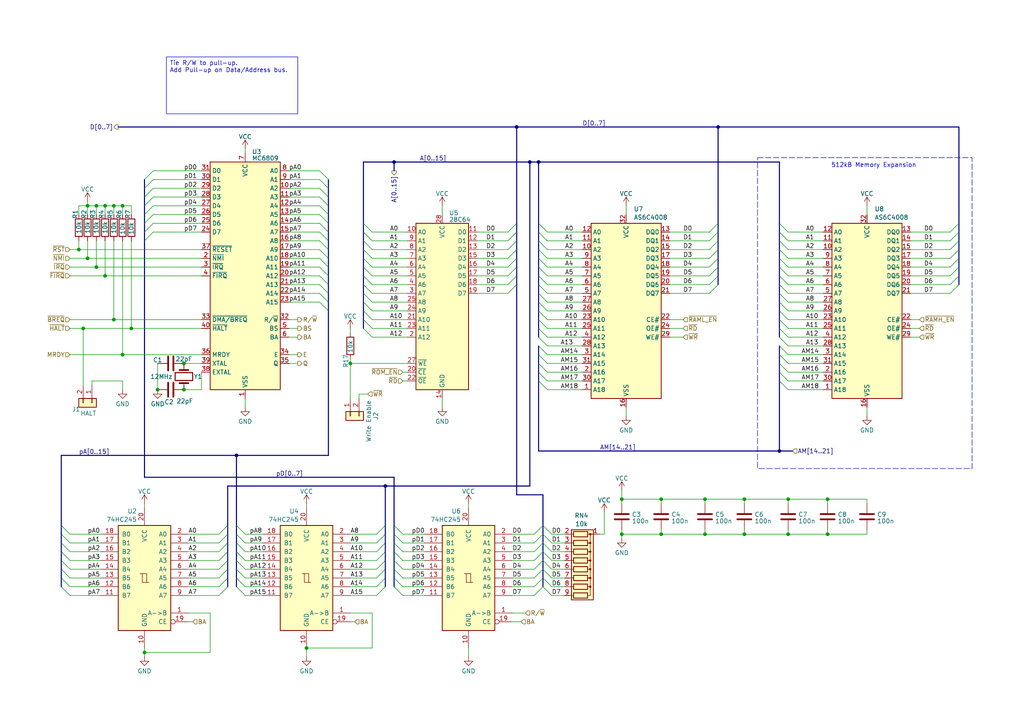
<source format=kicad_sch>
(kicad_sch (version 20250114) (generator "eeschema") (generator_version "9.0")
  (paper "A4")
  (title_block (title "MicroLind Processor & Memory") (date "2025-08-15") (rev "C1") (company "Sperly Retro Electronics"))
  (bus_alias "" (members))
  (bus_alias "BUS" (members "{A[15..0]" "AM[23..13]" "D[7..0]" "~{RD}" "~{WR}" "E" "Q" "R/~{W}" "~{IRQ}" "~{FIRQ}" "~{NMI}" "~{RST}" "~{HALT}" "~{BREQ}" "MRDY" "BS" "BA" "~{ROM_EN}" "~{RAML_EN}" "~{RAMH_EN}}"))
  (bus_alias "CPU_BUS" (members "A[15..0]" "AM[23..13]" "D[7..0]" "~RD" "~WR" "E" "Q" "R/~W" "~IRQ" "~FIRQ" "~NMI" "~RST" "~HALT" "~BREQ" "MRDY" "BS" "BA" "~ROM_EN" "~RAML_EN" "~RAMH_EN"))
  (rectangle (start 219.71 45.72) (end 281.94 135.89) (stroke (width 0) (type dash)))
  (text "512kB Memory Expansion" (at 241.046 48.768 0) (effects (font (size 1.27 1.27)) (justify left bottom)))
  (text_box "Tie R/W to pull-up.\nAdd Pull-up on Data/Address bus." (at 48.26 16.51 0) (size 38.1 16.51) (margins 0.9525 0.9525 0.9525 0.9525) (effects (font (size 1.27 1.27)) (justify left top)))
  (junction (at 33.02 59.69))
  (junction (at 27.94 59.69))
  (junction (at 180.34 154.94))
  (junction (at 25.4 74.93))
  (junction (at 156.21 46.99))
  (junction (at 25.4 59.69))
  (junction (at 240.03 144.78))
  (junction (at 35.56 102.87))
  (junction (at 204.47 144.78))
  (junction (at 180.34 144.78))
  (junction (at 111.76 140.97))
  (junction (at 228.6 154.94))
  (junction (at 68.58 132.08))
  (junction (at 35.56 59.69))
  (junction (at 24.13 95.25))
  (junction (at 33.02 92.71))
  (junction (at 30.48 80.01))
  (junction (at 191.77 154.94))
  (junction (at 215.9 154.94))
  (junction (at 215.9 144.78))
  (junction (at 30.48 59.69))
  (junction (at 45.72 113.03))
  (junction (at 38.1 95.25))
  (junction (at 88.9 187.96))
  (junction (at 226.06 130.81))
  (junction (at 153.67 46.99))
  (junction (at 149.86 36.83))
  (junction (at 191.77 144.78))
  (junction (at 101.6 105.41))
  (junction (at 53.34 105.41))
  (junction (at 240.03 154.94))
  (junction (at 114.3 46.99))
  (junction (at 208.28 36.83))
  (junction (at 204.47 154.94))
  (junction (at 22.86 72.39))
  (junction (at 27.94 77.47))
  (junction (at 41.91 189.23))
  (junction (at 53.34 113.03))
  (junction (at 228.6 144.78))
  (bus_entry (at 226.06 67.31) (size 2.54 2.54))
  (bus_entry (at 105.41 64.77) (size 2.54 2.54))
  (bus_entry (at 147.32 77.47) (size 2.54 -2.54))
  (bus_entry (at 41.91 57.15) (size 2.54 -2.54))
  (bus_entry (at 147.32 67.31) (size 2.54 -2.54))
  (bus_entry (at 278.13 67.31) (size -2.54 2.54))
  (bus_entry (at 95.25 52.07) (size -2.54 -2.54))
  (bus_entry (at 147.32 74.93) (size 2.54 -2.54))
  (bus_entry (at 208.28 80.01) (size -2.54 2.54))
  (bus_entry (at 157.48 160.02) (size -2.54 2.54))
  (bus_entry (at 156.21 85.09) (size 2.54 2.54))
  (bus_entry (at 147.32 69.85) (size 2.54 -2.54))
  (bus_entry (at 105.41 92.71) (size 2.54 2.54))
  (bus_entry (at 66.04 162.56) (size -2.54 2.54))
  (bus_entry (at 95.25 57.15) (size -2.54 -2.54))
  (bus_entry (at 105.41 90.17) (size 2.54 2.54))
  (bus_entry (at 226.06 107.95) (size 2.54 2.54))
  (bus_entry (at 157.48 167.64) (size -2.54 2.54))
  (bus_entry (at 278.13 82.55) (size -2.54 2.54))
  (bus_entry (at 226.06 87.63) (size 2.54 2.54))
  (bus_entry (at 95.25 90.17) (size -2.54 -2.54))
  (bus_entry (at 157.48 160.02) (size 2.54 2.54))
  (bus_entry (at 156.21 72.39) (size 2.54 2.54))
  (bus_entry (at 157.48 165.1) (size -2.54 2.54))
  (bus_entry (at 157.48 157.48) (size -2.54 2.54))
  (bus_entry (at 226.06 92.71) (size 2.54 2.54))
  (bus_entry (at 208.28 67.31) (size -2.54 2.54))
  (bus_entry (at 278.13 64.77) (size -2.54 2.54))
  (bus_entry (at 95.25 82.55) (size -2.54 -2.54))
  (bus_entry (at 17.78 160.02) (size 2.54 2.54))
  (bus_entry (at 157.48 165.1) (size 2.54 2.54))
  (bus_entry (at 278.13 69.85) (size -2.54 2.54))
  (bus_entry (at 66.04 160.02) (size -2.54 2.54))
  (bus_entry (at 68.58 154.94) (size 2.54 2.54))
  (bus_entry (at 226.06 82.55) (size 2.54 2.54))
  (bus_entry (at 111.76 165.1) (size -2.54 2.54))
  (bus_entry (at 278.13 72.39) (size -2.54 2.54))
  (bus_entry (at 226.06 74.93) (size 2.54 2.54))
  (bus_entry (at 208.28 77.47) (size -2.54 2.54))
  (bus_entry (at 17.78 167.64) (size 2.54 2.54))
  (bus_entry (at 41.91 52.07) (size 2.54 -2.54))
  (bus_entry (at 68.58 160.02) (size 2.54 2.54))
  (bus_entry (at 114.3 167.64) (size 2.54 2.54))
  (bus_entry (at 147.32 85.09) (size 2.54 -2.54))
  (bus_entry (at 17.78 152.4) (size 2.54 2.54))
  (bus_entry (at 114.3 160.02) (size 2.54 2.54))
  (bus_entry (at 41.91 64.77) (size 2.54 -2.54))
  (bus_entry (at 95.25 80.01) (size -2.54 -2.54))
  (bus_entry (at 226.06 80.01) (size 2.54 2.54))
  (bus_entry (at 226.06 90.17) (size 2.54 2.54))
  (bus_entry (at 66.04 157.48) (size -2.54 2.54))
  (bus_entry (at 17.78 165.1) (size 2.54 2.54))
  (bus_entry (at 111.76 170.18) (size -2.54 2.54))
  (bus_entry (at 226.06 105.41) (size 2.54 2.54))
  (bus_entry (at 95.25 74.93) (size -2.54 -2.54))
  (bus_entry (at 114.3 157.48) (size 2.54 2.54))
  (bus_entry (at 156.21 82.55) (size 2.54 2.54))
  (bus_entry (at 226.06 102.87) (size 2.54 2.54))
  (bus_entry (at 105.41 87.63) (size 2.54 2.54))
  (bus_entry (at 156.21 90.17) (size 2.54 2.54))
  (bus_entry (at 156.21 105.41) (size 2.54 2.54))
  (bus_entry (at 66.04 167.64) (size -2.54 2.54))
  (bus_entry (at 226.06 97.79) (size 2.54 2.54))
  (bus_entry (at 156.21 95.25) (size 2.54 2.54))
  (bus_entry (at 41.91 54.61) (size 2.54 -2.54))
  (bus_entry (at 66.04 154.94) (size -2.54 2.54))
  (bus_entry (at 156.21 74.93) (size 2.54 2.54))
  (bus_entry (at 156.21 107.95) (size 2.54 2.54))
  (bus_entry (at 157.48 167.64) (size 2.54 2.54))
  (bus_entry (at 157.48 162.56) (size -2.54 2.54))
  (bus_entry (at 105.41 74.93) (size 2.54 2.54))
  (bus_entry (at 278.13 77.47) (size -2.54 2.54))
  (bus_entry (at 156.21 110.49) (size 2.54 2.54))
  (bus_entry (at 226.06 64.77) (size 2.54 2.54))
  (bus_entry (at 156.21 100.33) (size 2.54 2.54))
  (bus_entry (at 157.48 162.56) (size 2.54 2.54))
  (bus_entry (at 68.58 157.48) (size 2.54 2.54))
  (bus_entry (at 226.06 85.09) (size 2.54 2.54))
  (bus_entry (at 105.41 77.47) (size 2.54 2.54))
  (bus_entry (at 68.58 165.1) (size 2.54 2.54))
  (bus_entry (at 156.21 67.31) (size 2.54 2.54))
  (bus_entry (at 41.91 62.23) (size 2.54 -2.54))
  (bus_entry (at 278.13 74.93) (size -2.54 2.54))
  (bus_entry (at 114.3 154.94) (size 2.54 2.54))
  (bus_entry (at 95.25 77.47) (size -2.54 -2.54))
  (bus_entry (at 17.78 154.94) (size 2.54 2.54))
  (bus_entry (at 156.21 87.63) (size 2.54 2.54))
  (bus_entry (at 66.04 170.18) (size -2.54 2.54))
  (bus_entry (at 105.41 80.01) (size 2.54 2.54))
  (bus_entry (at 226.06 95.25) (size 2.54 2.54))
  (bus_entry (at 147.32 72.39) (size 2.54 -2.54))
  (bus_entry (at 105.41 69.85) (size 2.54 2.54))
  (bus_entry (at 111.76 157.48) (size -2.54 2.54))
  (bus_entry (at 208.28 74.93) (size -2.54 2.54))
  (bus_entry (at 68.58 167.64) (size 2.54 2.54))
  (bus_entry (at 157.48 154.94) (size 2.54 2.54))
  (bus_entry (at 114.3 170.18) (size 2.54 2.54))
  (bus_entry (at 157.48 152.4) (size -2.54 2.54))
  (bus_entry (at 208.28 64.77) (size -2.54 2.54))
  (bus_entry (at 208.28 72.39) (size -2.54 2.54))
  (bus_entry (at 41.91 59.69) (size 2.54 -2.54))
  (bus_entry (at 156.21 77.47) (size 2.54 2.54))
  (bus_entry (at 157.48 154.94) (size -2.54 2.54))
  (bus_entry (at 68.58 152.4) (size 2.54 2.54))
  (bus_entry (at 156.21 80.01) (size 2.54 2.54))
  (bus_entry (at 95.25 54.61) (size -2.54 -2.54))
  (bus_entry (at 226.06 110.49) (size 2.54 2.54))
  (bus_entry (at 95.25 59.69) (size -2.54 -2.54))
  (bus_entry (at 226.06 100.33) (size 2.54 2.54))
  (bus_entry (at 95.25 67.31) (size -2.54 -2.54))
  (bus_entry (at 157.48 170.18) (size -2.54 2.54))
  (bus_entry (at 95.25 69.85) (size -2.54 -2.54))
  (bus_entry (at 226.06 72.39) (size 2.54 2.54))
  (bus_entry (at 105.41 67.31) (size 2.54 2.54))
  (bus_entry (at 156.21 97.79) (size 2.54 2.54))
  (bus_entry (at 66.04 165.1) (size -2.54 2.54))
  (bus_entry (at 95.25 64.77) (size -2.54 -2.54))
  (bus_entry (at 278.13 80.01) (size -2.54 2.54))
  (bus_entry (at 156.21 102.87) (size 2.54 2.54))
  (bus_entry (at 95.25 62.23) (size -2.54 -2.54))
  (bus_entry (at 147.32 80.01) (size 2.54 -2.54))
  (bus_entry (at 105.41 72.39) (size 2.54 2.54))
  (bus_entry (at 68.58 170.18) (size 2.54 2.54))
  (bus_entry (at 95.25 72.39) (size -2.54 -2.54))
  (bus_entry (at 105.41 85.09) (size 2.54 2.54))
  (bus_entry (at 111.76 152.4) (size -2.54 2.54))
  (bus_entry (at 226.06 77.47) (size 2.54 2.54))
  (bus_entry (at 111.76 154.94) (size -2.54 2.54))
  (bus_entry (at 17.78 170.18) (size 2.54 2.54))
  (bus_entry (at 156.21 69.85) (size 2.54 2.54))
  (bus_entry (at 111.76 160.02) (size -2.54 2.54))
  (bus_entry (at 157.48 170.18) (size 2.54 2.54))
  (bus_entry (at 114.3 162.56) (size 2.54 2.54))
  (bus_entry (at 66.04 152.4) (size -2.54 2.54))
  (bus_entry (at 95.25 87.63) (size -2.54 -2.54))
  (bus_entry (at 68.58 162.56) (size 2.54 2.54))
  (bus_entry (at 105.41 95.25) (size 2.54 2.54))
  (bus_entry (at 114.3 165.1) (size 2.54 2.54))
  (bus_entry (at 156.21 64.77) (size 2.54 2.54))
  (bus_entry (at 17.78 162.56) (size 2.54 2.54))
  (bus_entry (at 111.76 167.64) (size -2.54 2.54))
  (bus_entry (at 41.91 69.85) (size 2.54 -2.54))
  (bus_entry (at 114.3 152.4) (size 2.54 2.54))
  (bus_entry (at 111.76 162.56) (size -2.54 2.54))
  (bus_entry (at 208.28 82.55) (size -2.54 2.54))
  (bus_entry (at 17.78 157.48) (size 2.54 2.54))
  (bus_entry (at 105.41 82.55) (size 2.54 2.54))
  (bus_entry (at 156.21 92.71) (size 2.54 2.54))
  (bus_entry (at 157.48 157.48) (size 2.54 2.54))
  (bus_entry (at 157.48 152.4) (size 2.54 2.54))
  (bus_entry (at 41.91 67.31) (size 2.54 -2.54))
  (bus_entry (at 95.25 85.09) (size -2.54 -2.54))
  (bus_entry (at 208.28 69.85) (size -2.54 2.54))
  (bus_entry (at 147.32 82.55) (size 2.54 -2.54))
  (bus_entry (at 226.06 69.85) (size 2.54 2.54))
  (wire (pts (xy 101.6 105.41) (xy 101.6 115.57)))
  (wire (pts (xy 251.46 154.94) (xy 251.46 153.67)))
  (wire (pts (xy 107.95 177.8) (xy 101.6 177.8)))
  (wire (pts (xy 44.45 52.07) (xy 58.42 52.07)))
  (wire (pts (xy 181.61 118.11) (xy 181.61 120.65)))
  (wire (pts (xy 135.89 187.96) (xy 135.89 190.5)))
  (wire (pts (xy 228.6 97.79) (xy 238.76 97.79)))
  (wire (pts (xy 158.75 87.63) (xy 168.91 87.63)))
  (wire (pts (xy 160.02 162.56) (xy 163.83 162.56)))
  (bus (pts (xy 111.76 157.48) (xy 111.76 160.02)))
  (bus (pts (xy 41.91 54.61) (xy 41.91 57.15)))
  (wire (pts (xy 20.32 170.18) (xy 29.21 170.18)))
  (wire (pts (xy 135.89 146.05) (xy 135.89 147.32)))
  (bus (pts (xy 149.86 77.47) (xy 149.86 80.01)))
  (wire (pts (xy 20.32 154.94) (xy 29.21 154.94)))
  (bus (pts (xy 68.58 132.08) (xy 95.25 132.08)))
  (bus (pts (xy 111.76 165.1) (xy 111.76 167.64)))
  (wire (pts (xy 138.43 69.85) (xy 147.32 69.85)))
  (bus (pts (xy 157.48 157.48) (xy 157.48 160.02)))
  (wire (pts (xy 54.61 157.48) (xy 63.5 157.48)))
  (wire (pts (xy 228.6 95.25) (xy 238.76 95.25)))
  (bus (pts (xy 208.28 67.31) (xy 208.28 69.85)))
  (wire (pts (xy 54.61 172.72) (xy 63.5 172.72)))
  (bus (pts (xy 41.91 69.85) (xy 41.91 138.43)))
  (wire (pts (xy 107.95 67.31) (xy 118.11 67.31)))
  (wire (pts (xy 116.84 160.02) (xy 123.19 160.02)))
  (bus (pts (xy 278.13 72.39) (xy 278.13 74.93)))
  (wire (pts (xy 158.75 69.85) (xy 168.91 69.85)))
  (wire (pts (xy 158.75 113.03) (xy 168.91 113.03)))
  (bus (pts (xy 17.78 167.64) (xy 17.78 165.1)))
  (bus (pts (xy 68.58 132.08) (xy 68.58 152.4)))
  (bus (pts (xy 149.86 64.77) (xy 149.86 67.31)))
  (wire (pts (xy 35.56 69.85) (xy 35.56 102.87)))
  (wire (pts (xy 266.7 97.79) (xy 264.16 97.79)))
  (wire (pts (xy 71.12 43.18) (xy 71.12 44.45)))
  (bus (pts (xy 17.78 160.02) (xy 17.78 157.48)))
  (bus (pts (xy 149.86 80.01) (xy 149.86 82.55)))
  (bus (pts (xy 17.78 152.4) (xy 17.78 132.08)))
  (wire (pts (xy 228.6 77.47) (xy 238.76 77.47)))
  (wire (pts (xy 44.45 54.61) (xy 58.42 54.61)))
  (bus (pts (xy 153.67 46.99) (xy 114.3 46.99)))
  (bus (pts (xy 226.06 107.95) (xy 226.06 110.49)))
  (wire (pts (xy 86.36 92.71) (xy 83.82 92.71)))
  (bus (pts (xy 156.21 90.17) (xy 156.21 92.71)))
  (wire (pts (xy 104.14 114.3) (xy 106.68 114.3)))
  (wire (pts (xy 83.82 69.85) (xy 92.71 69.85)))
  (wire (pts (xy 33.02 59.69) (xy 30.48 59.69)))
  (wire (pts (xy 148.59 167.64) (xy 154.94 167.64)))
  (wire (pts (xy 25.4 58.42) (xy 25.4 59.69)))
  (wire (pts (xy 251.46 144.78) (xy 251.46 146.05)))
  (wire (pts (xy 101.6 180.34) (xy 102.87 180.34)))
  (wire (pts (xy 107.95 97.79) (xy 118.11 97.79)))
  (wire (pts (xy 71.12 154.94) (xy 76.2 154.94)))
  (wire (pts (xy 20.32 92.71) (xy 33.02 92.71)))
  (bus (pts (xy 114.3 157.48) (xy 114.3 154.94)))
  (wire (pts (xy 116.84 154.94) (xy 123.19 154.94)))
  (wire (pts (xy 194.31 69.85) (xy 205.74 69.85)))
  (wire (pts (xy 22.86 69.85) (xy 22.86 72.39)))
  (bus (pts (xy 17.78 170.18) (xy 17.78 167.64)))
  (wire (pts (xy 83.82 82.55) (xy 92.71 82.55)))
  (bus (pts (xy 105.41 64.77) (xy 105.41 46.99)))
  (wire (pts (xy 54.61 165.1) (xy 63.5 165.1)))
  (bus (pts (xy 149.86 143.51) (xy 157.48 143.51)))
  (wire (pts (xy 38.1 62.23) (xy 38.1 59.69)))
  (wire (pts (xy 27.94 59.69) (xy 27.94 62.23)))
  (bus (pts (xy 226.06 100.33) (xy 226.06 102.87)))
  (wire (pts (xy 158.75 105.41) (xy 168.91 105.41)))
  (wire (pts (xy 101.6 160.02) (xy 109.22 160.02)))
  (bus (pts (xy 208.28 36.83) (xy 208.28 64.77)))
  (bus (pts (xy 208.28 36.83) (xy 278.13 36.83)))
  (bus (pts (xy 105.41 85.09) (xy 105.41 87.63)))
  (wire (pts (xy 228.6 87.63) (xy 238.76 87.63)))
  (bus (pts (xy 156.21 87.63) (xy 156.21 90.17)))
  (wire (pts (xy 158.75 100.33) (xy 168.91 100.33)))
  (bus (pts (xy 278.13 80.01) (xy 278.13 82.55)))
  (wire (pts (xy 158.75 67.31) (xy 168.91 67.31)))
  (bus (pts (xy 226.06 95.25) (xy 226.06 97.79)))
  (wire (pts (xy 38.1 95.25) (xy 58.42 95.25)))
  (wire (pts (xy 228.6 92.71) (xy 238.76 92.71)))
  (wire (pts (xy 173.99 154.94) (xy 175.26 154.94)))
  (bus (pts (xy 149.86 74.93) (xy 149.86 77.47)))
  (wire (pts (xy 204.47 154.94) (xy 204.47 153.67)))
  (wire (pts (xy 45.72 105.41) (xy 45.72 113.03)))
  (bus (pts (xy 156.21 80.01) (xy 156.21 82.55)))
  (wire (pts (xy 215.9 154.94) (xy 215.9 153.67)))
  (wire (pts (xy 228.6 144.78) (xy 240.03 144.78)))
  (wire (pts (xy 158.75 77.47) (xy 168.91 77.47)))
  (wire (pts (xy 215.9 144.78) (xy 215.9 146.05)))
  (wire (pts (xy 26.67 110.49) (xy 35.56 110.49)))
  (wire (pts (xy 160.02 165.1) (xy 163.83 165.1)))
  (wire (pts (xy 264.16 74.93) (xy 275.59 74.93)))
  (bus (pts (xy 41.91 64.77) (xy 41.91 67.31)))
  (bus (pts (xy 156.21 64.77) (xy 156.21 67.31)))
  (wire (pts (xy 128.27 59.69) (xy 128.27 62.23)))
  (bus (pts (xy 153.67 140.97) (xy 111.76 140.97)))
  (bus (pts (xy 66.04 162.56) (xy 66.04 165.1)))
  (wire (pts (xy 101.6 154.94) (xy 109.22 154.94)))
  (bus (pts (xy 156.21 46.99) (xy 153.67 46.99)))
  (bus (pts (xy 111.76 160.02) (xy 111.76 162.56)))
  (wire (pts (xy 83.82 85.09) (xy 92.71 85.09)))
  (wire (pts (xy 101.6 167.64) (xy 109.22 167.64)))
  (bus (pts (xy 66.04 165.1) (xy 66.04 167.64)))
  (wire (pts (xy 158.75 97.79) (xy 168.91 97.79)))
  (bus (pts (xy 95.25 74.93) (xy 95.25 77.47)))
  (wire (pts (xy 30.48 80.01) (xy 58.42 80.01)))
  (bus (pts (xy 226.06 87.63) (xy 226.06 90.17)))
  (wire (pts (xy 101.6 95.25) (xy 101.6 96.52)))
  (bus (pts (xy 226.06 69.85) (xy 226.06 72.39)))
  (bus (pts (xy 153.67 46.99) (xy 153.67 140.97)))
  (wire (pts (xy 54.61 162.56) (xy 63.5 162.56)))
  (wire (pts (xy 158.75 107.95) (xy 168.91 107.95)))
  (wire (pts (xy 41.91 189.23) (xy 60.96 189.23)))
  (bus (pts (xy 156.21 74.93) (xy 156.21 77.47)))
  (bus (pts (xy 226.06 67.31) (xy 226.06 69.85)))
  (wire (pts (xy 116.84 172.72) (xy 123.19 172.72)))
  (wire (pts (xy 83.82 64.77) (xy 92.71 64.77)))
  (bus (pts (xy 68.58 160.02) (xy 68.58 162.56)))
  (bus (pts (xy 278.13 64.77) (xy 278.13 36.83)))
  (wire (pts (xy 148.59 172.72) (xy 154.94 172.72)))
  (bus (pts (xy 111.76 140.97) (xy 111.76 152.4)))
  (bus (pts (xy 149.86 36.83) (xy 149.86 64.77)))
  (wire (pts (xy 35.56 59.69) (xy 33.02 59.69)))
  (wire (pts (xy 198.12 95.25) (xy 194.31 95.25)))
  (wire (pts (xy 71.12 167.64) (xy 76.2 167.64)))
  (bus (pts (xy 114.3 162.56) (xy 114.3 160.02)))
  (wire (pts (xy 33.02 92.71) (xy 58.42 92.71)))
  (wire (pts (xy 228.6 74.93) (xy 238.76 74.93)))
  (bus (pts (xy 114.3 46.99) (xy 105.41 46.99)))
  (wire (pts (xy 228.6 107.95) (xy 238.76 107.95)))
  (bus (pts (xy 95.25 62.23) (xy 95.25 64.77)))
  (wire (pts (xy 107.95 87.63) (xy 118.11 87.63)))
  (wire (pts (xy 228.6 105.41) (xy 238.76 105.41)))
  (bus (pts (xy 105.41 92.71) (xy 105.41 95.25)))
  (wire (pts (xy 138.43 67.31) (xy 147.32 67.31)))
  (wire (pts (xy 60.96 177.8) (xy 60.96 189.23)))
  (wire (pts (xy 158.75 80.01) (xy 168.91 80.01)))
  (wire (pts (xy 53.34 105.41) (xy 58.42 105.41)))
  (wire (pts (xy 54.61 180.34) (xy 55.88 180.34)))
  (wire (pts (xy 107.95 69.85) (xy 118.11 69.85)))
  (wire (pts (xy 266.7 95.25) (xy 264.16 95.25)))
  (wire (pts (xy 20.32 172.72) (xy 29.21 172.72)))
  (bus (pts (xy 66.04 140.97) (xy 66.04 152.4)))
  (bus (pts (xy 156.21 77.47) (xy 156.21 80.01)))
  (bus (pts (xy 105.41 82.55) (xy 105.41 85.09)))
  (bus (pts (xy 95.25 54.61) (xy 95.25 57.15)))
  (wire (pts (xy 27.94 69.85) (xy 27.94 77.47)))
  (bus (pts (xy 226.06 105.41) (xy 226.06 107.95)))
  (bus (pts (xy 17.78 154.94) (xy 17.78 152.4)))
  (bus (pts (xy 208.28 77.47) (xy 208.28 80.01)))
  (wire (pts (xy 240.03 154.94) (xy 240.03 153.67)))
  (wire (pts (xy 264.16 77.47) (xy 275.59 77.47)))
  (wire (pts (xy 71.12 160.02) (xy 76.2 160.02)))
  (bus (pts (xy 68.58 167.64) (xy 68.58 170.18)))
  (wire (pts (xy 83.82 74.93) (xy 92.71 74.93)))
  (bus (pts (xy 95.25 80.01) (xy 95.25 82.55)))
  (bus (pts (xy 156.21 95.25) (xy 156.21 97.79)))
  (wire (pts (xy 24.13 95.25) (xy 38.1 95.25)))
  (wire (pts (xy 41.91 146.05) (xy 41.91 147.32)))
  (wire (pts (xy 30.48 59.69) (xy 30.48 62.23)))
  (bus (pts (xy 41.91 59.69) (xy 41.91 62.23)))
  (wire (pts (xy 27.94 59.69) (xy 25.4 59.69)))
  (bus (pts (xy 111.76 162.56) (xy 111.76 165.1)))
  (wire (pts (xy 38.1 59.69) (xy 35.56 59.69)))
  (wire (pts (xy 148.59 165.1) (xy 154.94 165.1)))
  (bus (pts (xy 156.21 64.77) (xy 156.21 46.99)))
  (bus (pts (xy 278.13 67.31) (xy 278.13 69.85)))
  (bus (pts (xy 17.78 157.48) (xy 17.78 154.94)))
  (wire (pts (xy 138.43 85.09) (xy 147.32 85.09)))
  (wire (pts (xy 35.56 110.49) (xy 35.56 113.03)))
  (bus (pts (xy 156.21 102.87) (xy 156.21 105.41)))
  (bus (pts (xy 114.3 154.94) (xy 114.3 152.4)))
  (wire (pts (xy 228.6 102.87) (xy 238.76 102.87)))
  (wire (pts (xy 35.56 102.87) (xy 58.42 102.87)))
  (wire (pts (xy 20.32 72.39) (xy 22.86 72.39)))
  (wire (pts (xy 116.84 167.64) (xy 123.19 167.64)))
  (wire (pts (xy 107.95 77.47) (xy 118.11 77.47)))
  (wire (pts (xy 83.82 67.31) (xy 92.71 67.31)))
  (wire (pts (xy 148.59 170.18) (xy 154.94 170.18)))
  (wire (pts (xy 160.02 154.94) (xy 163.83 154.94)))
  (bus (pts (xy 41.91 57.15) (xy 41.91 59.69)))
  (wire (pts (xy 107.95 72.39) (xy 118.11 72.39)))
  (wire (pts (xy 191.77 144.78) (xy 204.47 144.78)))
  (bus (pts (xy 66.04 154.94) (xy 66.04 157.48)))
  (wire (pts (xy 160.02 167.64) (xy 163.83 167.64)))
  (wire (pts (xy 44.45 67.31) (xy 58.42 67.31)))
  (wire (pts (xy 228.6 100.33) (xy 238.76 100.33)))
  (wire (pts (xy 107.95 85.09) (xy 118.11 85.09)))
  (wire (pts (xy 158.75 82.55) (xy 168.91 82.55)))
  (wire (pts (xy 138.43 74.93) (xy 147.32 74.93)))
  (bus (pts (xy 41.91 52.07) (xy 41.91 54.61)))
  (wire (pts (xy 83.82 49.53) (xy 92.71 49.53)))
  (wire (pts (xy 191.77 154.94) (xy 191.77 153.67)))
  (wire (pts (xy 194.31 82.55) (xy 205.74 82.55)))
  (bus (pts (xy 111.76 167.64) (xy 111.76 170.18)))
  (wire (pts (xy 71.12 162.56) (xy 76.2 162.56)))
  (wire (pts (xy 83.82 62.23) (xy 92.71 62.23)))
  (wire (pts (xy 107.95 80.01) (xy 118.11 80.01)))
  (wire (pts (xy 180.34 154.94) (xy 191.77 154.94)))
  (bus (pts (xy 105.41 80.01) (xy 105.41 82.55)))
  (wire (pts (xy 116.84 170.18) (xy 123.19 170.18)))
  (wire (pts (xy 160.02 172.72) (xy 163.83 172.72)))
  (wire (pts (xy 180.34 144.78) (xy 191.77 144.78)))
  (wire (pts (xy 101.6 172.72) (xy 109.22 172.72)))
  (wire (pts (xy 180.34 154.94) (xy 180.34 156.21)))
  (bus (pts (xy 105.41 77.47) (xy 105.41 80.01)))
  (wire (pts (xy 101.6 157.48) (xy 109.22 157.48)))
  (bus (pts (xy 157.48 143.51) (xy 157.48 152.4)))
  (bus (pts (xy 105.41 87.63) (xy 105.41 90.17)))
  (wire (pts (xy 158.75 90.17) (xy 168.91 90.17)))
  (bus (pts (xy 95.25 64.77) (xy 95.25 67.31)))
  (bus (pts (xy 226.06 102.87) (xy 226.06 105.41)))
  (wire (pts (xy 83.82 80.01) (xy 92.71 80.01)))
  (wire (pts (xy 35.56 62.23) (xy 35.56 59.69)))
  (wire (pts (xy 60.96 177.8) (xy 54.61 177.8)))
  (wire (pts (xy 264.16 69.85) (xy 275.59 69.85)))
  (wire (pts (xy 194.31 74.93) (xy 205.74 74.93)))
  (wire (pts (xy 107.95 74.93) (xy 118.11 74.93)))
  (wire (pts (xy 83.82 59.69) (xy 92.71 59.69)))
  (wire (pts (xy 175.26 148.59) (xy 175.26 154.94)))
  (bus (pts (xy 278.13 69.85) (xy 278.13 72.39)))
  (wire (pts (xy 116.84 107.95) (xy 118.11 107.95)))
  (bus (pts (xy 95.25 87.63) (xy 95.25 90.17)))
  (bus (pts (xy 156.21 72.39) (xy 156.21 74.93)))
  (bus (pts (xy 229.87 130.81) (xy 226.06 130.81)))
  (wire (pts (xy 22.86 72.39) (xy 58.42 72.39)))
  (bus (pts (xy 41.91 67.31) (xy 41.91 69.85)))
  (wire (pts (xy 198.12 92.71) (xy 194.31 92.71)))
  (bus (pts (xy 95.25 77.47) (xy 95.25 80.01)))
  (bus (pts (xy 156.21 69.85) (xy 156.21 72.39)))
  (bus (pts (xy 156.21 130.81) (xy 156.21 110.49)))
  (wire (pts (xy 148.59 162.56) (xy 154.94 162.56)))
  (wire (pts (xy 160.02 170.18) (xy 163.83 170.18)))
  (wire (pts (xy 44.45 64.77) (xy 58.42 64.77)))
  (wire (pts (xy 20.32 80.01) (xy 30.48 80.01)))
  (bus (pts (xy 95.25 90.17) (xy 95.25 132.08)))
  (wire (pts (xy 101.6 165.1) (xy 109.22 165.1)))
  (wire (pts (xy 204.47 144.78) (xy 204.47 146.05)))
  (wire (pts (xy 86.36 105.41) (xy 83.82 105.41)))
  (wire (pts (xy 54.61 167.64) (xy 63.5 167.64)))
  (bus (pts (xy 226.06 80.01) (xy 226.06 82.55)))
  (bus (pts (xy 226.06 77.47) (xy 226.06 80.01)))
  (bus (pts (xy 66.04 160.02) (xy 66.04 162.56)))
  (wire (pts (xy 228.6 72.39) (xy 238.76 72.39)))
  (bus (pts (xy 95.25 82.55) (xy 95.25 85.09)))
  (wire (pts (xy 30.48 69.85) (xy 30.48 80.01)))
  (wire (pts (xy 158.75 110.49) (xy 168.91 110.49)))
  (wire (pts (xy 240.03 154.94) (xy 251.46 154.94)))
  (bus (pts (xy 17.78 132.08) (xy 68.58 132.08)))
  (bus (pts (xy 226.06 85.09) (xy 226.06 87.63)))
  (wire (pts (xy 158.75 72.39) (xy 168.91 72.39)))
  (bus (pts (xy 66.04 140.97) (xy 111.76 140.97)))
  (bus (pts (xy 114.3 152.4) (xy 114.3 138.43)))
  (wire (pts (xy 148.59 180.34) (xy 151.13 180.34)))
  (wire (pts (xy 180.34 142.24) (xy 180.34 144.78)))
  (bus (pts (xy 208.28 69.85) (xy 208.28 72.39)))
  (bus (pts (xy 95.25 67.31) (xy 95.25 69.85)))
  (wire (pts (xy 83.82 72.39) (xy 92.71 72.39)))
  (wire (pts (xy 101.6 105.41) (xy 118.11 105.41)))
  (wire (pts (xy 116.84 165.1) (xy 123.19 165.1)))
  (wire (pts (xy 22.86 59.69) (xy 25.4 59.69)))
  (wire (pts (xy 20.32 77.47) (xy 27.94 77.47)))
  (bus (pts (xy 149.86 36.83) (xy 208.28 36.83)))
  (bus (pts (xy 105.41 72.39) (xy 105.41 74.93)))
  (bus (pts (xy 208.28 64.77) (xy 208.28 67.31)))
  (wire (pts (xy 138.43 80.01) (xy 147.32 80.01)))
  (wire (pts (xy 191.77 154.94) (xy 204.47 154.94)))
  (bus (pts (xy 66.04 157.48) (xy 66.04 160.02)))
  (wire (pts (xy 266.7 92.71) (xy 264.16 92.71)))
  (wire (pts (xy 44.45 57.15) (xy 58.42 57.15)))
  (bus (pts (xy 156.21 82.55) (xy 156.21 85.09)))
  (wire (pts (xy 86.36 95.25) (xy 83.82 95.25)))
  (bus (pts (xy 95.25 69.85) (xy 95.25 72.39)))
  (bus (pts (xy 157.48 162.56) (xy 157.48 165.1)))
  (wire (pts (xy 71.12 115.57) (xy 71.12 118.11)))
  (bus (pts (xy 149.86 69.85) (xy 149.86 72.39)))
  (wire (pts (xy 88.9 187.96) (xy 88.9 190.5)))
  (bus (pts (xy 111.76 152.4) (xy 111.76 154.94)))
  (bus (pts (xy 156.21 46.99) (xy 226.06 46.99)))
  (wire (pts (xy 107.95 187.96) (xy 88.9 187.96)))
  (bus (pts (xy 208.28 72.39) (xy 208.28 74.93)))
  (wire (pts (xy 83.82 52.07) (xy 92.71 52.07)))
  (wire (pts (xy 22.86 62.23) (xy 22.86 59.69)))
  (bus (pts (xy 156.21 85.09) (xy 156.21 87.63)))
  (wire (pts (xy 158.75 74.93) (xy 168.91 74.93)))
  (bus (pts (xy 68.58 154.94) (xy 68.58 157.48)))
  (wire (pts (xy 54.61 160.02) (xy 63.5 160.02)))
  (bus (pts (xy 105.41 67.31) (xy 105.41 69.85)))
  (wire (pts (xy 148.59 154.94) (xy 154.94 154.94)))
  (wire (pts (xy 228.6 154.94) (xy 240.03 154.94)))
  (wire (pts (xy 107.95 177.8) (xy 107.95 187.96)))
  (wire (pts (xy 20.32 74.93) (xy 25.4 74.93)))
  (wire (pts (xy 148.59 160.02) (xy 154.94 160.02)))
  (bus (pts (xy 208.28 80.01) (xy 208.28 82.55)))
  (bus (pts (xy 157.48 154.94) (xy 157.48 157.48)))
  (bus (pts (xy 149.86 82.55) (xy 149.86 143.51)))
  (wire (pts (xy 160.02 157.48) (xy 163.83 157.48)))
  (bus (pts (xy 157.48 152.4) (xy 157.48 154.94)))
  (wire (pts (xy 228.6 69.85) (xy 238.76 69.85)))
  (wire (pts (xy 194.31 67.31) (xy 205.74 67.31)))
  (wire (pts (xy 20.32 165.1) (xy 29.21 165.1)))
  (wire (pts (xy 158.75 92.71) (xy 168.91 92.71)))
  (bus (pts (xy 95.25 85.09) (xy 95.25 87.63)))
  (wire (pts (xy 228.6 113.03) (xy 238.76 113.03)))
  (wire (pts (xy 104.14 115.57) (xy 104.14 114.3)))
  (bus (pts (xy 66.04 152.4) (xy 66.04 154.94)))
  (bus (pts (xy 226.06 72.39) (xy 226.06 74.93)))
  (wire (pts (xy 138.43 72.39) (xy 147.32 72.39)))
  (wire (pts (xy 25.4 59.69) (xy 25.4 62.23)))
  (wire (pts (xy 264.16 67.31) (xy 275.59 67.31)))
  (wire (pts (xy 264.16 82.55) (xy 275.59 82.55)))
  (wire (pts (xy 88.9 146.05) (xy 88.9 147.32)))
  (wire (pts (xy 148.59 157.48) (xy 154.94 157.48)))
  (bus (pts (xy 149.86 67.31) (xy 149.86 69.85)))
  (wire (pts (xy 107.95 95.25) (xy 118.11 95.25)))
  (wire (pts (xy 116.84 157.48) (xy 123.19 157.48)))
  (bus (pts (xy 226.06 74.93) (xy 226.06 77.47)))
  (wire (pts (xy 41.91 187.96) (xy 41.91 189.23)))
  (wire (pts (xy 58.42 113.03) (xy 58.42 107.95)))
  (wire (pts (xy 44.45 62.23) (xy 58.42 62.23)))
  (wire (pts (xy 54.61 154.94) (xy 63.5 154.94)))
  (bus (pts (xy 156.21 107.95) (xy 156.21 110.49)))
  (wire (pts (xy 138.43 82.55) (xy 147.32 82.55)))
  (wire (pts (xy 83.82 87.63) (xy 92.71 87.63)))
  (bus (pts (xy 114.3 138.43) (xy 41.91 138.43)))
  (wire (pts (xy 86.36 102.87) (xy 83.82 102.87)))
  (wire (pts (xy 27.94 77.47) (xy 58.42 77.47)))
  (bus (pts (xy 157.48 167.64) (xy 157.48 170.18)))
  (wire (pts (xy 264.16 72.39) (xy 275.59 72.39)))
  (bus (pts (xy 226.06 90.17) (xy 226.06 92.71)))
  (bus (pts (xy 156.21 105.41) (xy 156.21 107.95)))
  (bus (pts (xy 114.3 49.53) (xy 114.3 46.99)))
  (wire (pts (xy 107.95 82.55) (xy 118.11 82.55)))
  (wire (pts (xy 240.03 144.78) (xy 251.46 144.78)))
  (wire (pts (xy 25.4 74.93) (xy 58.42 74.93)))
  (wire (pts (xy 251.46 118.11) (xy 251.46 120.65)))
  (wire (pts (xy 71.12 172.72) (xy 76.2 172.72)))
  (wire (pts (xy 101.6 104.14) (xy 101.6 105.41)))
  (bus (pts (xy 278.13 74.93) (xy 278.13 77.47)))
  (bus (pts (xy 95.25 72.39) (xy 95.25 74.93)))
  (bus (pts (xy 156.21 67.31) (xy 156.21 69.85)))
  (wire (pts (xy 20.32 167.64) (xy 29.21 167.64)))
  (bus (pts (xy 114.3 165.1) (xy 114.3 162.56)))
  (wire (pts (xy 20.32 102.87) (xy 35.56 102.87)))
  (wire (pts (xy 240.03 144.78) (xy 240.03 146.05)))
  (wire (pts (xy 30.48 59.69) (xy 27.94 59.69)))
  (wire (pts (xy 20.32 160.02) (xy 29.21 160.02)))
  (wire (pts (xy 20.32 162.56) (xy 29.21 162.56)))
  (bus (pts (xy 41.91 62.23) (xy 41.91 64.77)))
  (bus (pts (xy 114.3 170.18) (xy 114.3 167.64)))
  (bus (pts (xy 105.41 64.77) (xy 105.41 67.31)))
  (bus (pts (xy 105.41 69.85) (xy 105.41 72.39)))
  (bus (pts (xy 156.21 100.33) (xy 156.21 102.87)))
  (wire (pts (xy 138.43 77.47) (xy 147.32 77.47)))
  (bus (pts (xy 95.25 57.15) (xy 95.25 59.69)))
  (wire (pts (xy 86.36 97.79) (xy 83.82 97.79)))
  (wire (pts (xy 41.91 189.23) (xy 41.91 190.5)))
  (bus (pts (xy 226.06 46.99) (xy 226.06 64.77)))
  (wire (pts (xy 71.12 170.18) (xy 76.2 170.18)))
  (wire (pts (xy 194.31 72.39) (xy 205.74 72.39)))
  (wire (pts (xy 215.9 144.78) (xy 228.6 144.78)))
  (wire (pts (xy 26.67 111.76) (xy 26.67 110.49)))
  (wire (pts (xy 71.12 165.1) (xy 76.2 165.1)))
  (bus (pts (xy 68.58 162.56) (xy 68.58 165.1)))
  (wire (pts (xy 44.45 59.69) (xy 58.42 59.69)))
  (bus (pts (xy 278.13 64.77) (xy 278.13 67.31)))
  (bus (pts (xy 157.48 160.02) (xy 157.48 162.56)))
  (wire (pts (xy 152.4 177.8) (xy 148.59 177.8)))
  (wire (pts (xy 198.12 97.79) (xy 194.31 97.79)))
  (bus (pts (xy 208.28 74.93) (xy 208.28 77.47)))
  (bus (pts (xy 105.41 74.93) (xy 105.41 77.47)))
  (wire (pts (xy 44.45 49.53) (xy 58.42 49.53)))
  (wire (pts (xy 264.16 80.01) (xy 275.59 80.01)))
  (wire (pts (xy 116.84 110.49) (xy 118.11 110.49)))
  (wire (pts (xy 160.02 160.02) (xy 163.83 160.02)))
  (wire (pts (xy 180.34 144.78) (xy 180.34 146.05)))
  (wire (pts (xy 228.6 67.31) (xy 238.76 67.31)))
  (bus (pts (xy 17.78 165.1) (xy 17.78 162.56)))
  (wire (pts (xy 20.32 157.48) (xy 29.21 157.48)))
  (wire (pts (xy 251.46 59.69) (xy 251.46 62.23)))
  (bus (pts (xy 95.25 52.07) (xy 95.25 54.61)))
  (wire (pts (xy 158.75 85.09) (xy 168.91 85.09)))
  (bus (pts (xy 105.41 90.17) (xy 105.41 92.71)))
  (wire (pts (xy 215.9 154.94) (xy 228.6 154.94)))
  (bus (pts (xy 68.58 152.4) (xy 68.58 154.94)))
  (wire (pts (xy 116.84 162.56) (xy 123.19 162.56)))
  (wire (pts (xy 38.1 69.85) (xy 38.1 95.25)))
  (wire (pts (xy 83.82 54.61) (xy 92.71 54.61)))
  (bus (pts (xy 34.29 36.83) (xy 149.86 36.83)))
  (wire (pts (xy 107.95 90.17) (xy 118.11 90.17)))
  (bus (pts (xy 66.04 167.64) (xy 66.04 170.18)))
  (wire (pts (xy 83.82 77.47) (xy 92.71 77.47)))
  (wire (pts (xy 228.6 144.78) (xy 228.6 146.05)))
  (bus (pts (xy 157.48 165.1) (xy 157.48 167.64)))
  (wire (pts (xy 228.6 110.49) (xy 238.76 110.49)))
  (wire (pts (xy 158.75 102.87) (xy 168.91 102.87)))
  (bus (pts (xy 68.58 157.48) (xy 68.58 160.02)))
  (wire (pts (xy 191.77 144.78) (xy 191.77 146.05)))
  (wire (pts (xy 158.75 95.25) (xy 168.91 95.25)))
  (wire (pts (xy 204.47 154.94) (xy 215.9 154.94)))
  (wire (pts (xy 264.16 85.09) (xy 275.59 85.09)))
  (wire (pts (xy 194.31 85.09) (xy 205.74 85.09)))
  (wire (pts (xy 24.13 95.25) (xy 24.13 111.76)))
  (bus (pts (xy 95.25 59.69) (xy 95.25 62.23)))
  (wire (pts (xy 194.31 80.01) (xy 205.74 80.01)))
  (wire (pts (xy 204.47 144.78) (xy 215.9 144.78)))
  (wire (pts (xy 194.31 77.47) (xy 205.74 77.47)))
  (wire (pts (xy 228.6 80.01) (xy 238.76 80.01)))
  (wire (pts (xy 107.95 92.71) (xy 118.11 92.71)))
  (wire (pts (xy 228.6 154.94) (xy 228.6 153.67)))
  (bus (pts (xy 149.86 72.39) (xy 149.86 74.93)))
  (wire (pts (xy 33.02 59.69) (xy 33.02 62.23)))
  (wire (pts (xy 228.6 82.55) (xy 238.76 82.55)))
  (wire (pts (xy 181.61 59.69) (xy 181.61 62.23)))
  (wire (pts (xy 101.6 170.18) (xy 109.22 170.18)))
  (wire (pts (xy 20.32 95.25) (xy 24.13 95.25)))
  (wire (pts (xy 101.6 162.56) (xy 109.22 162.56)))
  (wire (pts (xy 25.4 69.85) (xy 25.4 74.93)))
  (bus (pts (xy 226.06 92.71) (xy 226.06 95.25)))
  (bus (pts (xy 226.06 82.55) (xy 226.06 85.09)))
  (wire (pts (xy 128.27 115.57) (xy 128.27 118.11)))
  (wire (pts (xy 83.82 57.15) (xy 92.71 57.15)))
  (bus (pts (xy 156.21 92.71) (xy 156.21 95.25)))
  (bus (pts (xy 226.06 64.77) (xy 226.06 67.31)))
  (wire (pts (xy 228.6 85.09) (xy 238.76 85.09)))
  (bus (pts (xy 114.3 167.64) (xy 114.3 165.1)))
  (wire (pts (xy 71.12 157.48) (xy 76.2 157.48)))
  (bus (pts (xy 17.78 162.56) (xy 17.78 160.02)))
  (bus (pts (xy 156.21 130.81) (xy 226.06 130.81)))
  (wire (pts (xy 180.34 153.67) (xy 180.34 154.94)))
  (bus (pts (xy 114.3 160.02) (xy 114.3 157.48)))
  (bus (pts (xy 226.06 110.49) (xy 226.06 130.81)))
  (bus (pts (xy 111.76 154.94) (xy 111.76 157.48)))
  (wire (pts (xy 54.61 170.18) (xy 63.5 170.18)))
  (bus (pts (xy 68.58 165.1) (xy 68.58 167.64)))
  (wire (pts (xy 53.34 113.03) (xy 58.42 113.03)))
  (wire (pts (xy 228.6 90.17) (xy 238.76 90.17)))
  (wire (pts (xy 33.02 69.85) (xy 33.02 92.71)))
  (bus (pts (xy 278.13 77.47) (xy 278.13 80.01)))
  (label "pD4" (at 119.38 165.1 0))
  (label "pA13" (at 83.82 82.55 0))
  (label "pA10" (at 72.39 160.02 0))
  (label "D4" (at 198.12 77.47 0))
  (label "AM18" (at 232.41 113.03 0))
  (label "pA15" (at 72.39 172.72 0))
  (label "A6" (at 54.61 170.18 0))
  (label "D3" (at 160.02 162.56 0))
  (label "AM16" (at 162.56 107.95 0))
  (label "A11" (at 233.68 95.25 0))
  (label "A7" (at 113.03 85.09 0))
  (label "A6" (at 113.03 82.55 0))
  (label "A12" (at 233.68 97.79 0))
  (label "pD6" (at 53.34 64.77 0))
  (label "pD0" (at 53.34 49.53 0))
  (label "AM17" (at 162.56 110.49 0))
  (label "D6" (at 148.59 170.18 0))
  (label "D5" (at 267.97 80.01 0))
  (label "pA7" (at 83.82 67.31 0))
  (label "pA0" (at 25.4 154.94 0))
  (label "AM[14..21]" (at 173.99 130.81 0))
  (label "A12" (at 101.6 165.1 0))
  (label "A1" (at 233.68 69.85 0))
  (label "A9" (at 163.83 90.17 0))
  (label "pA3" (at 83.82 57.15 0))
  (label "pA9" (at 72.39 157.48 0))
  (label "D1" (at 140.97 69.85 0))
  (label "A0" (at 163.83 67.31 0))
  (label "pA5" (at 83.82 62.23 0))
  (label "A11" (at 101.6 162.56 0))
  (label "pA4" (at 83.82 59.69 0))
  (label "AM16" (at 232.41 107.95 0))
  (label "pA2" (at 25.4 160.02 0))
  (label "pD1" (at 53.34 52.07 0))
  (label "pA14" (at 72.39 170.18 0))
  (label "D4" (at 140.97 77.47 0))
  (label "pA7" (at 25.4 172.72 0))
  (label "D1" (at 267.97 69.85 0))
  (label "D6" (at 140.97 82.55 0))
  (label "pA3" (at 25.4 162.56 0))
  (label "pD1" (at 119.38 157.48 0))
  (label "A11" (at 113.03 95.25 0))
  (label "D5" (at 140.97 80.01 0))
  (label "pD4" (at 53.34 59.69 0))
  (label "A10" (at 101.6 160.02 0))
  (label "pD3" (at 119.38 162.56 0))
  (label "A15" (at 101.6 172.72 0))
  (label "pA4" (at 25.4 165.1 0))
  (label "D7" (at 198.12 85.09 0))
  (label "pA10" (at 83.82 74.93 0))
  (label "pA11" (at 83.82 77.47 0))
  (label "A10" (at 113.03 92.71 0))
  (label "pA0" (at 83.82 49.53 0))
  (label "D0" (at 267.97 67.31 0))
  (label "D2" (at 140.97 72.39 0))
  (label "pD2" (at 119.38 160.02 0))
  (label "A3" (at 54.61 162.56 0))
  (label "pD0" (at 119.38 154.94 0))
  (label "D[0..7]" (at 168.91 36.83 0))
  (label "pA5" (at 25.4 167.64 0))
  (label "D7" (at 267.97 85.09 0))
  (label "A0" (at 233.68 67.31 0))
  (label "A4" (at 233.68 77.47 0))
  (label "D3" (at 140.97 74.93 0))
  (label "A11" (at 163.83 95.25 0))
  (label "pD5" (at 119.38 167.64 0))
  (label "A8" (at 163.83 87.63 0))
  (label "D5" (at 148.59 167.64 0))
  (label "A1" (at 163.83 69.85 0))
  (label "A7" (at 233.68 85.09 0))
  (label "D7" (at 148.59 172.72 0))
  (label "A1" (at 113.03 69.85 0))
  (label "A4" (at 54.61 165.1 0))
  (label "pA6" (at 25.4 170.18 0))
  (label "A0" (at 54.61 154.94 0))
  (label "A2" (at 54.61 160.02 0))
  (label "A9" (at 101.6 157.48 0))
  (label "A12" (at 163.83 97.79 0))
  (label "D2" (at 267.97 72.39 0))
  (label "A3" (at 113.03 74.93 0))
  (label "D4" (at 267.97 77.47 0))
  (label "pD6" (at 119.38 170.18 0))
  (label "AM18" (at 162.56 113.03 0))
  (label "A9" (at 233.68 90.17 0))
  (label "A4" (at 113.03 77.47 0))
  (label "pA1" (at 25.4 157.48 0))
  (label "A5" (at 163.83 80.01 0))
  (label "A9" (at 113.03 90.17 0))
  (label "pA12" (at 83.82 80.01 0))
  (label "D3" (at 198.12 74.93 0))
  (label "D2" (at 160.02 160.02 0))
  (label "A6" (at 233.68 82.55 0))
  (label "A5" (at 54.61 167.64 0))
  (label "AM15" (at 232.41 105.41 0))
  (label "pD7" (at 53.34 67.31 0))
  (label "D7" (at 140.97 85.09 0))
  (label "D6" (at 160.02 170.18 0))
  (label "A4" (at 163.83 77.47 0))
  (label "A3" (at 233.68 74.93 0))
  (label "pD[0..7]" (at 80.01 138.43 0))
  (label "D4" (at 148.59 165.1 0))
  (label "D6" (at 198.12 82.55 0))
  (label "A3" (at 163.83 74.93 0))
  (label "A10" (at 163.83 92.71 0))
  (label "A1" (at 54.61 157.48 0))
  (label "pA9" (at 83.82 72.39 0))
  (label "D0" (at 160.02 154.94 0))
  (label "A2" (at 163.83 72.39 0))
  (label "A13" (at 101.6 167.64 0))
  (label "D3" (at 267.97 74.93 0))
  (label "A14" (at 101.6 170.18 0))
  (label "A8" (at 233.68 87.63 0))
  (label "A7" (at 54.61 172.72 0))
  (label "pA13" (at 72.39 167.64 0))
  (label "A12" (at 113.03 97.79 0))
  (label "pA11" (at 72.39 162.56 0))
  (label "D0" (at 148.59 154.94 0))
  (label "A5" (at 113.03 80.01 0))
  (label "pD7" (at 119.38 172.72 0))
  (label "D4" (at 160.02 165.1 0))
  (label "A5" (at 233.68 80.01 0))
  (label "D6" (at 267.97 82.55 0))
  (label "pD2" (at 53.34 54.61 0))
  (label "D0" (at 140.97 67.31 0))
  (label "A10" (at 233.68 92.71 0))
  (label "A13" (at 162.56 100.33 0))
  (label "A[0..15]" (at 129.54 46.99 180))
  (label "pA2" (at 83.82 54.61 0))
  (label "A8" (at 101.6 154.94 0))
  (label "pA12" (at 72.39 165.1 0))
  (label "D5" (at 160.02 167.64 0))
  (label "pD5" (at 53.34 62.23 0))
  (label "pA[0..15]" (at 22.86 132.08 0))
  (label "A2" (at 113.03 72.39 0))
  (label "AM15" (at 162.56 105.41 0))
  (label "AM14" (at 232.41 102.87 0))
  (label "A13" (at 233.68 100.33 0))
  (label "D1" (at 148.59 157.48 0))
  (label "A2" (at 233.68 72.39 0))
  (label "D2" (at 148.59 160.02 0))
  (label "A0" (at 113.03 67.31 0))
  (label "pA8" (at 72.39 154.94 0))
  (label "pA6" (at 83.82 64.77 0))
  (label "D3" (at 148.59 162.56 0))
  (label "A7" (at 163.83 85.09 0))
  (label "D1" (at 198.12 69.85 0))
  (label "pA14" (at 83.82 85.09 0))
  (label "D1" (at 160.02 157.48 0))
  (label "D5" (at 198.12 80.01 0))
  (label "A6" (at 163.83 82.55 0))
  (label "A8" (at 113.03 87.63 0))
  (label "AM14" (at 162.56 102.87 0))
  (label "D7" (at 160.02 172.72 0))
  (label "pA8" (at 83.82 69.85 0))
  (label "D2" (at 198.12 72.39 0))
  (label "AM17" (at 232.41 110.49 0))
  (label "pD3" (at 53.34 57.15 0))
  (label "pA15" (at 83.82 87.63 0))
  (label "pA1" (at 83.82 52.07 0))
  (label "D0" (at 198.12 67.31 0))
  (hierarchical_label "R{slash}~{W}" (shape output) (at 86.36 92.71 0))
  (hierarchical_label "~{RAML_EN}" (shape input) (at 198.12 92.71 0))
  (hierarchical_label "~{FIRQ}" (shape input) (at 20.32 80.01 180))
  (hierarchical_label "BA" (shape input) (at 102.87 180.34 0))
  (hierarchical_label "BA" (shape output) (at 86.36 97.79 0))
  (hierarchical_label "BS" (shape output) (at 86.36 95.25 0))
  (hierarchical_label "E" (shape output) (at 86.36 102.87 0))
  (hierarchical_label "R{slash}~{W}" (shape input) (at 152.4 177.8 0))
  (hierarchical_label "~{NMI}" (shape input) (at 20.32 74.93 180))
  (hierarchical_label "~{RST}" (shape input) (at 20.32 72.39 180))
  (hierarchical_label "BA" (shape input) (at 55.88 180.34 0))
  (hierarchical_label "~{ROM_EN}" (shape input) (at 116.84 107.95 180))
  (hierarchical_label "MRDY" (shape input) (at 20.32 102.87 180))
  (hierarchical_label "~{RAMH_EN}" (shape input) (at 266.7 92.71 0))
  (hierarchical_label "~{WR}" (shape input) (at 266.7 97.79 0))
  (hierarchical_label "~{BREQ}" (shape input) (at 20.32 92.71 180))
  (hierarchical_label "AM[14..21]" (shape input) (at 229.87 130.81 0))
  (hierarchical_label "~{RD}" (shape input) (at 266.7 95.25 0))
  (hierarchical_label "~{HALT}" (shape input) (at 20.32 95.25 180))
  (hierarchical_label "BA" (shape input) (at 151.13 180.34 0))
  (hierarchical_label "Q" (shape output) (at 86.36 105.41 0))
  (hierarchical_label "A[0..15]" (shape output) (at 114.3 49.53 270))
  (hierarchical_label "D[0..7]" (shape output) (at 34.29 36.83 180))
  (hierarchical_label "~{WR}" (shape input) (at 106.68 114.3 0))
  (hierarchical_label "~{RD}" (shape input) (at 198.12 95.25 0))
  (hierarchical_label "~{RD}" (shape input) (at 116.84 110.49 180))
  (hierarchical_label "~{WR}" (shape input) (at 198.12 97.79 0))
  (hierarchical_label "~{IRQ}" (shape input) (at 20.32 77.47 180))
  (symbol (lib_id "power:VCC") (at 175.26 148.59 0) (unit 1)
    (property "Reference" "#PWR0121" (effects (hide yes)))
    (property "Value" "VCC" (at 175.26 145.0881 0))
  )
  (symbol (lib_id "power:GND") (at 71.12 118.11 0) (unit 1)
    (property "Reference" "#PWR08" (effects (hide yes)))
    (property "Value" "GND" (at 71.12 122.2455 0))
  )
  (symbol (lib_id "Device:C") (at 49.53 105.41 270) (mirror x) (unit 1)
    (property "Reference" "C1" (at 45.72 104.394 90))
    (property "Value" "22pF" (at 53.34 104.14 90))
    (property "Footprint" "Capacitor_THT:C_Disc_D5.0mm_W2.5mm_P2.50mm" (effects (hide yes)))
  )
  (symbol (lib_id "Device:Crystal") (at 53.34 109.22 270) (mirror x) (unit 1)
    (property "Reference" "Y1" (at 58.674 109.22 90) (effects (justify right)))
    (property "Value" "12MHz" (at 50.038 109.22 90) (effects (justify right)))
    (property "Footprint" "Crystal:Crystal_HC49-U_Vertical" (effects (hide yes)))
    (property "Description" "Two pin crystal" (effects (hide yes)))
  )
  (symbol (lib_id "Memory_RAM:AS6C4008-55PCN") (at 251.46 90.17 0) (unit 1)
    (property "Reference" "U8" (at 253.6541 60.6255 0) (effects (justify left)))
    (property "Value" "AS6C4008" (at 253.6541 63.0498 0) (effects (justify left)))
    (property "Footprint" "Package_DIP:DIP-32_W15.24mm_Socket" (effects (hide yes)))
    (property "Datasheet" "https://www.alliancememory.com/wp-content/uploads/pdf/AS6C4008.pdf" (effects (hide yes)))
  )
  (symbol (lib_id "power:GND") (at 41.91 190.5 0) (unit 1)
    (property "Reference" "#PWR04" (effects (hide yes)))
    (property "Value" "GND" (at 41.91 194.6355 0))
  )
  (symbol (lib_id "Device:C") (at 251.46 149.86 0) (unit 1)
    (property "Reference" "C9" (at 254.381 149.2163 0) (effects (justify left)))
    (property "Value" "100n" (at 254.381 151.1373 0) (effects (justify left)))
    (property "Footprint" "Capacitor_THT:C_Disc_D5.0mm_W2.5mm_P2.50mm" (effects (hide yes)))
  )
  (symbol (lib_id "power:VCC") (at 71.12 43.18 0) (unit 1)
    (property "Reference" "#PWR07" (effects (hide yes)))
    (property "Value" "VCC" (at 71.12 39.6781 0))
  )
  (symbol (lib_id "Connector_Generic:Conn_01x02") (at 101.6 120.65 90) (mirror x) (unit 1)
    (property "Reference" "J2" (at 108.966 120.65 0))
    (property "Value" "Write Enable" (at 106.934 122.174 0))
    (property "Footprint" "Connector_PinHeader_2.54mm:PinHeader_1x02_P2.54mm_Vertical" (effects (hide yes)))
    (property "Description" "Generic connector, single row, 01x02, script generated (kicad-library-utils/schlib/autogen/connector/)" (effects (hide yes)))
  )
  (symbol (lib_id "power:VCC") (at 88.9 146.05 0) (unit 1)
    (property "Reference" "#PWR09" (effects (hide yes)))
    (property "Value" "VCC" (at 88.9 142.5481 0))
  )
  (symbol (lib_id "Device:C") (at 204.47 149.86 0) (unit 1)
    (property "Reference" "C5" (at 207.391 149.2163 0) (effects (justify left)))
    (property "Value" "100n" (at 207.391 151.1373 0) (effects (justify left)))
    (property "Footprint" "Capacitor_THT:C_Disc_D5.0mm_W2.5mm_P2.50mm" (effects (hide yes)))
  )
  (symbol (lib_id "Device:R") (at 101.6 100.33 180) (unit 1)
    (property "Reference" "R17" (at 100.33 106.68 90) (effects (justify right)))
    (property "Value" "10k" (at 101.6 102.362 90) (effects (justify right)))
    (property "Footprint" "Resistor_THT:R_Axial_DIN0204_L3.6mm_D1.6mm_P7.62mm_Horizontal" (effects (hide yes)))
    (property "Description" "Resistor" (effects (hide yes)))
  )
  (symbol (lib_id "Device:R") (at 38.1 66.04 180) (unit 1)
    (property "Reference" "R7" (at 37.084 63.5 90) (effects (justify right)))
    (property "Value" "10k" (at 38.1 68.072 90) (effects (justify right)))
    (property "Footprint" "Resistor_THT:R_Axial_DIN0204_L3.6mm_D1.6mm_P7.62mm_Horizontal" (effects (hide yes)))
    (property "Description" "Resistor" (effects (hide yes)))
  )
  (symbol (lib_id "Device:C") (at 180.34 149.86 0) (unit 1)
    (property "Reference" "C3" (at 183.261 149.2163 0) (effects (justify left)))
    (property "Value" "100n" (at 183.261 151.1373 0) (effects (justify left)))
    (property "Footprint" "Capacitor_THT:C_Disc_D5.0mm_W2.5mm_P2.50mm" (effects (hide yes)))
  )
  (symbol (lib_id "power:GND") (at 45.72 113.03 0) (unit 1)
    (property "Reference" "#PWR05" (effects (hide yes)))
    (property "Value" "GND" (at 45.72 117.1655 0))
  )
  (symbol (lib_id "Device:R") (at 22.86 66.04 180) (unit 1)
    (property "Reference" "R1" (at 21.844 63.5 90) (effects (justify right)))
    (property "Value" "10k" (at 22.86 67.818 90) (effects (justify right)))
    (property "Footprint" "Resistor_THT:R_Axial_DIN0204_L3.6mm_D1.6mm_P7.62mm_Horizontal" (effects (hide yes)))
    (property "Description" "Resistor" (effects (hide yes)))
  )
  (symbol (lib_id "Device:R_Network08") (at 168.91 165.1 270) (unit 1)
    (property "Reference" "RN4" (at 168.656 149.5255 90))
    (property "Value" "10k" (at 168.656 151.9498 90))
    (property "Footprint" "Resistor_THT:R_Array_SIP9" (effects (hide yes)))
    (property "Datasheet" "http://www.vishay.com/docs/31509/csc.pdf" (effects (hide yes)))
    (property "Description" "8 resistor network, star topology, bussed resistors, small symbol" (effects (hide yes)))
  )
  (symbol (lib_id "Memory_EPROM:27C64") (at 128.27 87.63 0) (unit 1)
    (property "Reference" "U5" (at 130.2259 61.7601 0) (effects (justify left)))
    (property "Value" "28C64" (at 130.2259 63.6811 0) (effects (justify left)))
    (property "Footprint" "Package_DIP:DIP-28_W15.24mm_Socket" (effects (hide yes)))
    (property "Datasheet" "http://ww1.microchip.com/downloads/en/DeviceDoc/11107M.pdf" (effects (hide yes)))
  )
  (symbol (lib_id "power:GND") (at 180.34 156.21 0) (unit 1)
    (property "Reference" "#PWR017" (effects (hide yes)))
    (property "Value" "GND" (at 180.34 160.3455 0))
  )
  (symbol (lib_id "power:VCC") (at 180.34 142.24 0) (unit 1)
    (property "Reference" "#PWR016" (effects (hide yes)))
    (property "Value" "VCC" (at 180.34 138.7381 0))
  )
  (symbol (lib_id "Device:R") (at 25.4 66.04 180) (unit 1)
    (property "Reference" "R2" (at 24.384 63.5 90) (effects (justify right)))
    (property "Value" "10k" (at 25.4 67.818 90) (effects (justify right)))
    (property "Footprint" "Resistor_THT:R_Axial_DIN0204_L3.6mm_D1.6mm_P7.62mm_Horizontal" (effects (hide yes)))
    (property "Description" "Resistor" (effects (hide yes)))
  )
  (symbol (lib_id "74xx:74HC245") (at 41.91 167.64 0) (mirror y) (unit 1)
    (property "Reference" "U2" (at 39.7159 148.2555 0) (effects (justify left)))
    (property "Value" "74HC245" (at 39.7159 150.6798 0) (effects (justify left)))
    (property "Footprint" "Package_DIP:DIP-20_W7.62mm_Socket" (effects (hide yes)))
    (property "Datasheet" "http://www.ti.com/lit/gpn/sn74HC245" (effects (hide yes)))
    (property "Description" "Octal BUS Transceivers, 3-State outputs" (effects (hide yes)))
  )
  (symbol (lib_id "power:GND") (at 251.46 120.65 0) (unit 1)
    (property "Reference" "#PWR021" (effects (hide yes)))
    (property "Value" "GND" (at 251.46 124.7855 0))
  )
  (symbol (lib_id "power:VCC") (at 135.89 146.05 0) (unit 1)
    (property "Reference" "#PWR014" (effects (hide yes)))
    (property "Value" "VCC" (at 135.89 142.5481 0))
  )
  (symbol (lib_id "power:GND") (at 135.89 190.5 0) (unit 1)
    (property "Reference" "#PWR015" (effects (hide yes)))
    (property "Value" "GND" (at 135.89 194.6355 0))
  )
  (symbol (lib_id "power:GND") (at 35.56 113.03 0) (unit 1)
    (property "Reference" "#PWR02" (effects (hide yes)))
    (property "Value" "GND" (at 35.56 117.1655 0))
  )
  (symbol (lib_id "power:VCC") (at 41.91 146.05 0) (unit 1)
    (property "Reference" "#PWR03" (effects (hide yes)))
    (property "Value" "VCC" (at 41.91 142.5481 0))
  )
  (symbol (lib_id "CPU_NXP_6800:MC6809") (at 71.12 80.01 0) (unit 1)
    (property "Reference" "U3" (at 73.0759 43.9801 0) (effects (justify left)))
    (property "Value" "MC6809" (at 73.0759 45.9011 0) (effects (justify left)))
    (property "Footprint" "Package_DIP:DIP-40_W15.24mm_Socket" (effects (hide yes)))
    (property "Datasheet" "http://pdf.datasheetcatalog.com/datasheet/motorola/MC68B09S.pdf" (effects (hide yes)))
  )
  (symbol (lib_id "power:VCC") (at 181.61 59.69 0) (unit 1)
    (property "Reference" "#PWR018" (effects (hide yes)))
    (property "Value" "VCC" (at 181.61 56.1881 0))
  )
  (symbol (lib_id "Device:C") (at 240.03 149.86 0) (unit 1)
    (property "Reference" "C8" (at 242.951 149.2163 0) (effects (justify left)))
    (property "Value" "100n" (at 242.951 151.1373 0) (effects (justify left)))
    (property "Footprint" "Capacitor_THT:C_Disc_D5.0mm_W2.5mm_P2.50mm" (effects (hide yes)))
  )
  (symbol (lib_id "74xx:74HC245") (at 135.89 167.64 0) (mirror y) (unit 1)
    (property "Reference" "U6" (at 133.6959 148.2555 0) (effects (justify left)))
    (property "Value" "74HC245" (at 133.6959 150.6798 0) (effects (justify left)))
    (property "Footprint" "Package_DIP:DIP-20_W7.62mm_Socket" (effects (hide yes)))
    (property "Datasheet" "http://www.ti.com/lit/gpn/sn74HC245" (effects (hide yes)))
    (property "Description" "Octal BUS Transceivers, 3-State outputs" (effects (hide yes)))
  )
  (symbol (lib_id "Device:C") (at 228.6 149.86 0) (unit 1)
    (property "Reference" "C7" (at 231.521 149.2163 0) (effects (justify left)))
    (property "Value" "100n" (at 231.521 151.1373 0) (effects (justify left)))
    (property "Footprint" "Capacitor_THT:C_Disc_D5.0mm_W2.5mm_P2.50mm" (effects (hide yes)))
  )
  (symbol (lib_id "power:VCC") (at 25.4 58.42 0) (unit 1)
    (property "Reference" "#PWR01" (effects (hide yes)))
    (property "Value" "VCC" (at 25.4 54.9181 0))
  )
  (symbol (lib_id "power:VCC") (at 101.6 95.25 0) (unit 1)
    (property "Reference" "#PWR011" (effects (hide yes)))
    (property "Value" "VCC" (at 101.6 91.7481 0))
  )
  (symbol (lib_id "power:GND") (at 88.9 190.5 0) (unit 1)
    (property "Reference" "#PWR010" (effects (hide yes)))
    (property "Value" "GND" (at 88.9 194.6355 0))
  )
  (symbol (lib_id "74xx:74HC245") (at 88.9 167.64 0) (mirror y) (unit 1)
    (property "Reference" "U4" (at 86.7059 148.2555 0) (effects (justify left)))
    (property "Value" "74HC245" (at 86.7059 150.6798 0) (effects (justify left)))
    (property "Footprint" "Package_DIP:DIP-20_W7.62mm_Socket" (effects (hide yes)))
    (property "Datasheet" "http://www.ti.com/lit/gpn/sn74HC245" (effects (hide yes)))
    (property "Description" "Octal BUS Transceivers, 3-State outputs" (effects (hide yes)))
  )
  (symbol (lib_id "power:GND") (at 181.61 120.65 0) (unit 1)
    (property "Reference" "#PWR019" (effects (hide yes)))
    (property "Value" "GND" (at 181.61 124.7855 0))
  )
  (symbol (lib_id "Connector_Generic:Conn_01x02") (at 26.67 116.84 270) (unit 1)
    (property "Reference" "J1" (at 23.2918 118.6872 90) (effects (justify right)))
    (property "Value" "HALT" (at 27.94 119.888 90) (effects (justify right)))
    (property "Footprint" "Connector_PinHeader_2.54mm:PinHeader_1x02_P2.54mm_Vertical" (effects (hide yes)))
    (property "Description" "Generic connector, single row, 01x02, script generated (kicad-library-utils/schlib/autogen/connector/)" (effects (hide yes)))
  )
  (symbol (lib_id "Device:R") (at 35.56 66.04 180) (unit 1)
    (property "Reference" "R6" (at 34.544 63.5 90) (effects (justify right)))
    (property "Value" "10k" (at 35.56 68.072 90) (effects (justify right)))
    (property "Footprint" "Resistor_THT:R_Axial_DIN0204_L3.6mm_D1.6mm_P7.62mm_Horizontal" (effects (hide yes)))
    (property "Description" "Resistor" (effects (hide yes)))
  )
  (symbol (lib_id "Device:R") (at 27.94 66.04 180) (unit 1)
    (property "Reference" "R3" (at 26.924 63.5 90) (effects (justify right)))
    (property "Value" "10k" (at 27.94 67.818 90) (effects (justify right)))
    (property "Footprint" "Resistor_THT:R_Axial_DIN0204_L3.6mm_D1.6mm_P7.62mm_Horizontal" (effects (hide yes)))
    (property "Description" "Resistor" (effects (hide yes)))
  )
  (symbol (lib_id "Device:R") (at 30.48 66.04 180) (unit 1)
    (property "Reference" "R4" (at 29.464 63.5 90) (effects (justify right)))
    (property "Value" "10k" (at 30.48 67.818 90) (effects (justify right)))
    (property "Footprint" "Resistor_THT:R_Axial_DIN0204_L3.6mm_D1.6mm_P7.62mm_Horizontal" (effects (hide yes)))
    (property "Description" "Resistor" (effects (hide yes)))
  )
  (symbol (lib_id "Device:C") (at 215.9 149.86 0) (unit 1)
    (property "Reference" "C6" (at 218.821 149.2163 0) (effects (justify left)))
    (property "Value" "100n" (at 218.821 151.1373 0) (effects (justify left)))
    (property "Footprint" "Capacitor_THT:C_Disc_D5.0mm_W2.5mm_P2.50mm" (effects (hide yes)))
  )
  (symbol (lib_id "power:VCC") (at 128.27 59.69 0) (unit 1)
    (property "Reference" "#PWR012" (effects (hide yes)))
    (property "Value" "VCC" (at 128.27 56.1881 0))
  )
  (symbol (lib_id "Memory_RAM:AS6C4008-55PCN") (at 181.61 90.17 0) (unit 1)
    (property "Reference" "U7" (at 183.8041 60.6255 0) (effects (justify left)))
    (property "Value" "AS6C4008" (at 183.8041 63.0498 0) (effects (justify left)))
    (property "Footprint" "Package_DIP:DIP-32_W15.24mm_Socket" (effects (hide yes)))
    (property "Datasheet" "https://www.alliancememory.com/wp-content/uploads/pdf/AS6C4008.pdf" (effects (hide yes)))
  )
  (symbol (lib_id "Device:C") (at 191.77 149.86 0) (unit 1)
    (property "Reference" "C4" (at 194.691 149.2163 0) (effects (justify left)))
    (property "Value" "100n" (at 194.691 151.1373 0) (effects (justify left)))
    (property "Footprint" "Capacitor_THT:C_Disc_D5.0mm_W2.5mm_P2.50mm" (effects (hide yes)))
  )
  (symbol (lib_id "power:VCC") (at 251.46 59.69 0) (unit 1)
    (property "Reference" "#PWR020" (effects (hide yes)))
    (property "Value" "VCC" (at 251.46 56.1881 0))
  )
  (symbol (lib_id "Device:C") (at 49.53 113.03 270) (mirror x) (unit 1)
    (property "Reference" "C2" (at 49.022 116.586 90))
    (property "Value" "22pF" (at 53.594 116.332 90))
    (property "Footprint" "Capacitor_THT:C_Disc_D5.0mm_W2.5mm_P2.50mm" (effects (hide yes)))
  )
  (symbol (lib_id "Device:R") (at 33.02 66.04 180) (unit 1)
    (property "Reference" "R5" (at 32.004 63.5 90) (effects (justify right)))
    (property "Value" "10k" (at 33.02 67.818 90) (effects (justify right)))
    (property "Footprint" "Resistor_THT:R_Axial_DIN0204_L3.6mm_D1.6mm_P7.62mm_Horizontal" (effects (hide yes)))
    (property "Description" "Resistor" (effects (hide yes)))
  )
  (symbol (lib_id "power:GND") (at 128.27 118.11 0) (unit 1)
    (property "Reference" "#PWR013" (effects (hide yes)))
    (property "Value" "GND" (at 128.27 122.2455 0))
  )
)
</source>
